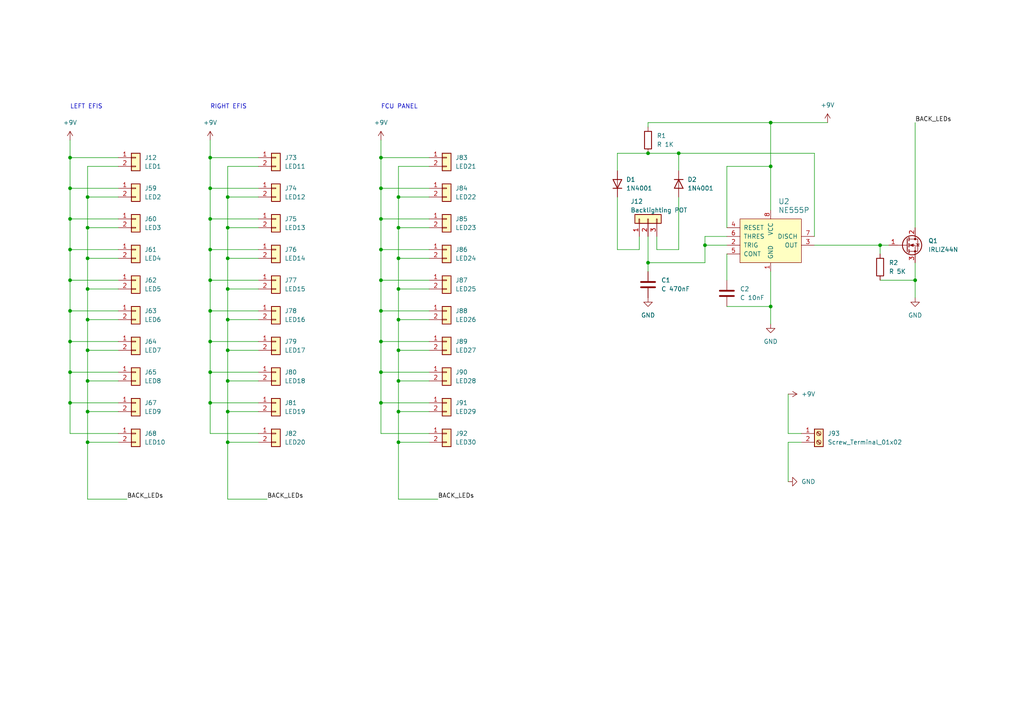
<source format=kicad_sch>
(kicad_sch (version 20230121) (generator eeschema)
  (paper "A4")
  (lib_symbols
    (symbol "Connector:Screw_Terminal_01x02" (pin_names (offset 1.016) hide)
      (property "Reference" "J" (at 0 2.54 0))
      (property "Value" "Screw_Terminal_01x02" (at 0 -5.08 0))
      (symbol "Screw_Terminal_01x02_1_1"
        (rectangle (start -1.27 1.27) (end 1.27 -3.81) (stroke (width 0.254)) (fill (type background)))
        (circle (center 0 -2.54) (radius 0.635) (stroke (width 0.1524)))
        (polyline (pts (xy -0.5334 -2.2098) (xy 0.3302 -3.048)) (stroke (width 0.1524)))
        (polyline (pts (xy -0.5334 0.3302) (xy 0.3302 -0.508)) (stroke (width 0.1524)))
        (polyline (pts (xy -0.3556 -2.032) (xy 0.508 -2.8702)) (stroke (width 0.1524)))
        (polyline (pts (xy -0.3556 0.508) (xy 0.508 -0.3302)) (stroke (width 0.1524)))
        (circle (center 0 0) (radius 0.635) (stroke (width 0.1524)))
        (pin passive line (at -5.08 0 0) (length 3.81) (name "Pin_1") (number "1"))
        (pin passive line (at -5.08 -2.54 0) (length 3.81) (name "Pin_2") (number "2"))
      )
    )
    (symbol "Connector_Generic:Conn_01x02" (pin_names (offset 1.016) hide)
      (property "Reference" "J" (at 0 2.54 0))
      (property "Value" "Conn_01x02" (at 0 -5.08 0))
      (symbol "Conn_01x02_1_1"
        (rectangle (start -1.27 -2.413) (end 0 -2.667) (stroke (width 0.1524)))
        (rectangle (start -1.27 0.127) (end 0 -0.127) (stroke (width 0.1524)))
        (rectangle (start -1.27 1.27) (end 1.27 -3.81) (stroke (width 0.254)) (fill (type background)))
        (pin passive line (at -5.08 0 0) (length 3.81) (name "Pin_1") (number "1"))
        (pin passive line (at -5.08 -2.54 0) (length 3.81) (name "Pin_2") (number "2"))
      )
    )
    (symbol "Connector_Generic:Conn_01x03" (pin_names (offset 1.016) hide)
      (property "Reference" "J" (at 0 5.08 0))
      (property "Value" "Conn_01x03" (at 0 -5.08 0))
      (symbol "Conn_01x03_1_1"
        (rectangle (start -1.27 -2.413) (end 0 -2.667) (stroke (width 0.1524)))
        (rectangle (start -1.27 0.127) (end 0 -0.127) (stroke (width 0.1524)))
        (rectangle (start -1.27 2.667) (end 0 2.413) (stroke (width 0.1524)))
        (rectangle (start -1.27 3.81) (end 1.27 -3.81) (stroke (width 0.254)) (fill (type background)))
        (pin passive line (at -5.08 2.54 0) (length 3.81) (name "Pin_1") (number "1"))
        (pin passive line (at -5.08 0 0) (length 3.81) (name "Pin_2") (number "2"))
        (pin passive line (at -5.08 -2.54 0) (length 3.81) (name "Pin_3") (number "3"))
      )
    )
    (symbol "Device:C" (pin_numbers hide) (pin_names (offset 0.254))
      (property "Reference" "C" (at 0.635 2.54 0))
      (property "Value" "C" (at 0.635 -2.54 0))
      (symbol "C_0_1"
        (polyline (pts (xy -2.032 -0.762) (xy 2.032 -0.762)) (stroke (width 0.508)))
        (polyline (pts (xy -2.032 0.762) (xy 2.032 0.762)) (stroke (width 0.508)))
      )
      (symbol "C_1_1"
        (pin passive line (at 0 3.81 270) (length 2.794) (name "~") (number "1"))
        (pin passive line (at 0 -3.81 90) (length 2.794) (name "~") (number "2"))
      )
    )
    (symbol "Device:R" (pin_numbers hide) (pin_names (offset 0))
      (property "Reference" "R" (at 2.032 0 90))
      (property "Value" "R" (at 0 0 90))
      (symbol "R_0_1"
        (rectangle (start -1.016 -2.54) (end 1.016 2.54) (stroke (width 0.254)))
      )
      (symbol "R_1_1"
        (pin passive line (at 0 3.81 270) (length 1.27) (name "~") (number "1"))
        (pin passive line (at 0 -3.81 90) (length 1.27) (name "~") (number "2"))
      )
    )
    (symbol "Diode:1N4001" (pin_numbers hide) (pin_names hide)
      (property "Reference" "D" (at 0 2.54 0))
      (property "Value" "1N4001" (at 0 -2.54 0))
      (symbol "1N4001_0_1"
        (polyline (pts (xy -1.27 1.27) (xy -1.27 -1.27)) (stroke (width 0.254)))
        (polyline (pts (xy 1.27 0) (xy -1.27 0)))
        (polyline (pts (xy 1.27 1.27) (xy 1.27 -1.27) (xy -1.27 0) (xy 1.27 1.27)) (stroke (width 0.254)))
      )
      (symbol "1N4001_1_1"
        (pin passive line (at -3.81 0 0) (length 2.54) (name "K") (number "1"))
        (pin passive line (at 3.81 0 180) (length 2.54) (name "A") (number "2"))
      )
    )
    (symbol "Transistor_FET:IRLIZ44N" (pin_names hide)
      (property "Reference" "Q" (at 6.35 1.905 0))
      (property "Value" "IRLIZ44N" (at 6.35 0 0))
      (symbol "IRLIZ44N_0_1"
        (polyline (pts (xy 0.254 0) (xy -2.54 0)))
        (polyline (pts (xy 0.254 1.905) (xy 0.254 -1.905)) (stroke (width 0.254)))
        (polyline (pts (xy 0.762 -1.27) (xy 0.762 -2.286)) (stroke (width 0.254)))
        (polyline (pts (xy 0.762 0.508) (xy 0.762 -0.508)) (stroke (width 0.254)))
        (polyline (pts (xy 0.762 2.286) (xy 0.762 1.27)) (stroke (width 0.254)))
        (polyline (pts (xy 2.54 2.54) (xy 2.54 1.778)))
        (polyline (pts (xy 2.54 -2.54) (xy 2.54 0) (xy 0.762 0)))
        (polyline (pts (xy 0.762 -1.778) (xy 3.302 -1.778) (xy 3.302 1.778) (xy 0.762 1.778)))
        (polyline (pts (xy 1.016 0) (xy 2.032 0.381) (xy 2.032 -0.381) (xy 1.016 0)) (fill (type outline)))
        (polyline (pts (xy 2.794 0.508) (xy 2.921 0.381) (xy 3.683 0.381) (xy 3.81 0.254)))
        (polyline (pts (xy 3.302 0.381) (xy 2.921 -0.254) (xy 3.683 -0.254) (xy 3.302 0.381)))
        (circle (center 1.651 0) (radius 2.794) (stroke (width 0.254)))
        (circle (center 2.54 -1.778) (radius 0.254) (fill (type outline)))
        (circle (center 2.54 1.778) (radius 0.254) (fill (type outline)))
      )
      (symbol "IRLIZ44N_1_1"
        (pin input line (at -5.08 0 0) (length 2.54) (name "G") (number "1"))
        (pin passive line (at 2.54 5.08 270) (length 2.54) (name "D") (number "2"))
        (pin passive line (at 2.54 -5.08 90) (length 2.54) (name "S") (number "3"))
      )
    )
    (symbol "dk_Clock-Timing-Programmable-Timers-and-Oscillators:NE555P" (pin_names (offset 1.016))
      (property "Reference" "U" (at -8.89 6.35 0))
      (property "Value" "NE555P" (at 1.27 -8.89 0))
      (symbol "NE555P_0_1"
        (rectangle (start -8.89 5.08) (end 8.89 -7.62) (fill (type background)))
      )
      (symbol "NE555P_1_1"
        (pin power_in line (at 0 -10.16 90) (length 2.54) (name "GND") (number "1"))
        (pin input line (at -12.7 -2.54 0) (length 3.81) (name "TRIG") (number "2"))
        (pin output line (at 12.7 -2.54 180) (length 3.81) (name "OUT") (number "3"))
        (pin input line (at -12.7 2.54 0) (length 3.81) (name "RESET") (number "4"))
        (pin bidirectional line (at -12.7 -5.08 0) (length 3.81) (name "CONT") (number "5"))
        (pin input line (at -12.7 0 0) (length 3.81) (name "THRES") (number "6"))
        (pin output line (at 12.7 0 180) (length 3.81) (name "DISCH") (number "7"))
        (pin power_in line (at 0 7.62 270) (length 2.54) (name "VCC") (number "8"))
      )
    )
    (symbol "power:+9V" (power) (pin_names (offset 0))
      (property "Value" "+9V" (at 0 3.556 0))
      (symbol "+9V_0_1"
        (polyline (pts (xy -0.762 1.27) (xy 0 2.54)))
        (polyline (pts (xy 0 0) (xy 0 2.54)))
        (polyline (pts (xy 0 2.54) (xy 0.762 1.27)))
      )
      (symbol "+9V_1_1"
        (pin power_in line (at 0 0 90) (length 0) hide (name "+9V") (number "1"))
      )
    )
    (symbol "power:GND" (power) (pin_names (offset 0))
      (property "Value" "GND" (at 0 -3.81 0))
      (symbol "GND_0_1"
        (polyline (pts (xy 0 0) (xy 0 -1.27) (xy 1.27 -1.27) (xy 0 -2.54) (xy -1.27 -1.27) (xy 0 -1.27)))
      )
      (symbol "GND_1_1"
        (pin power_in line (at 0 0 270) (length 0) hide (name "GND") (number "1"))
      )
    )
  )
  (junction (at 25.4 128.27))
  (junction (at 66.04 92.71))
  (junction (at 66.04 74.93))
  (junction (at 110.49 99.06))
  (junction (at 66.04 57.15))
  (junction (at 115.57 101.6))
  (junction (at 223.52 48.26))
  (junction (at 60.96 99.06))
  (junction (at 187.96 44.45))
  (junction (at 66.04 83.82))
  (junction (at 110.49 54.61))
  (junction (at 255.27 71.12))
  (junction (at 66.04 101.6))
  (junction (at 110.49 90.17))
  (junction (at 20.32 116.84))
  (junction (at 25.4 74.93))
  (junction (at 25.4 92.71))
  (junction (at 204.47 71.12))
  (junction (at 25.4 101.6))
  (junction (at 196.85 44.45))
  (junction (at 223.52 35.56))
  (junction (at 25.4 119.38))
  (junction (at 20.32 107.95))
  (junction (at 110.49 63.5))
  (junction (at 25.4 66.04))
  (junction (at 115.57 83.82))
  (junction (at 20.32 45.72))
  (junction (at 20.32 54.61))
  (junction (at 223.52 88.9))
  (junction (at 110.49 81.28))
  (junction (at 60.96 90.17))
  (junction (at 20.32 90.17))
  (junction (at 66.04 66.04))
  (junction (at 20.32 99.06))
  (junction (at 60.96 45.72))
  (junction (at 25.4 83.82))
  (junction (at 66.04 110.49))
  (junction (at 66.04 119.38))
  (junction (at 20.32 63.5))
  (junction (at 25.4 57.15))
  (junction (at 110.49 72.39))
  (junction (at 110.49 116.84))
  (junction (at 187.96 76.2))
  (junction (at 25.4 110.49))
  (junction (at 60.96 107.95))
  (junction (at 60.96 54.61))
  (junction (at 60.96 81.28))
  (junction (at 115.57 66.04))
  (junction (at 20.32 72.39))
  (junction (at 115.57 92.71))
  (junction (at 115.57 57.15))
  (junction (at 20.32 81.28))
  (junction (at 115.57 128.27))
  (junction (at 115.57 119.38))
  (junction (at 110.49 107.95))
  (junction (at 115.57 110.49))
  (junction (at 60.96 63.5))
  (junction (at 115.57 74.93))
  (junction (at 60.96 116.84))
  (junction (at 110.49 45.72))
  (junction (at 265.43 81.28))
  (junction (at 66.04 128.27))
  (junction (at 60.96 72.39))
  (wire (pts (xy 223.52 48.26) (xy 223.52 35.56)))
  (wire (pts (xy 179.07 57.15) (xy 179.07 72.39)))
  (wire (pts (xy 115.57 119.38) (xy 115.57 128.27)))
  (wire (pts (xy 110.49 63.5) (xy 124.46 63.5)))
  (wire (pts (xy 187.96 35.56) (xy 223.52 35.56)))
  (wire (pts (xy 190.5 72.39) (xy 190.5 68.58)))
  (wire (pts (xy 255.27 81.28) (xy 265.43 81.28)))
  (wire (pts (xy 115.57 74.93) (xy 124.46 74.93)))
  (wire (pts (xy 115.57 128.27) (xy 115.57 144.78)))
  (wire (pts (xy 115.57 110.49) (xy 124.46 110.49)))
  (wire (pts (xy 25.4 74.93) (xy 25.4 83.82)))
  (wire (pts (xy 110.49 63.5) (xy 110.49 72.39)))
  (wire (pts (xy 25.4 110.49) (xy 25.4 119.38)))
  (wire (pts (xy 60.96 54.61) (xy 60.96 45.72)))
  (wire (pts (xy 115.57 48.26) (xy 115.57 57.15)))
  (wire (pts (xy 34.29 101.6) (xy 25.4 101.6)))
  (wire (pts (xy 110.49 99.06) (xy 110.49 107.95)))
  (wire (pts (xy 110.49 54.61) (xy 124.46 54.61)))
  (wire (pts (xy 66.04 101.6) (xy 66.04 110.49)))
  (wire (pts (xy 66.04 144.78) (xy 77.47 144.78)))
  (wire (pts (xy 34.29 125.73) (xy 20.32 125.73)))
  (wire (pts (xy 255.27 71.12) (xy 257.81 71.12)))
  (wire (pts (xy 60.96 90.17) (xy 60.96 99.06)))
  (wire (pts (xy 25.4 74.93) (xy 34.29 74.93)))
  (wire (pts (xy 66.04 110.49) (xy 74.93 110.49)))
  (wire (pts (xy 223.52 78.74) (xy 223.52 88.9)))
  (wire (pts (xy 223.52 88.9) (xy 223.52 93.98)))
  (wire (pts (xy 66.04 83.82) (xy 74.93 83.82)))
  (wire (pts (xy 20.32 99.06) (xy 20.32 107.95)))
  (wire (pts (xy 210.82 88.9) (xy 223.52 88.9)))
  (wire (pts (xy 66.04 92.71) (xy 74.93 92.71)))
  (wire (pts (xy 60.96 107.95) (xy 60.96 116.84)))
  (wire (pts (xy 265.43 76.2) (xy 265.43 81.28)))
  (wire (pts (xy 115.57 83.82) (xy 124.46 83.82)))
  (wire (pts (xy 74.93 99.06) (xy 60.96 99.06)))
  (wire (pts (xy 34.29 107.95) (xy 20.32 107.95)))
  (wire (pts (xy 115.57 57.15) (xy 115.57 66.04)))
  (wire (pts (xy 223.52 60.96) (xy 223.52 48.26)))
  (wire (pts (xy 74.93 125.73) (xy 60.96 125.73)))
  (wire (pts (xy 66.04 57.15) (xy 74.93 57.15)))
  (wire (pts (xy 124.46 101.6) (xy 115.57 101.6)))
  (wire (pts (xy 66.04 66.04) (xy 74.93 66.04)))
  (wire (pts (xy 25.4 48.26) (xy 25.4 57.15)))
  (wire (pts (xy 20.32 45.72) (xy 34.29 45.72)))
  (wire (pts (xy 236.22 68.58) (xy 236.22 44.45)))
  (wire (pts (xy 110.49 81.28) (xy 124.46 81.28)))
  (wire (pts (xy 25.4 92.71) (xy 34.29 92.71)))
  (wire (pts (xy 115.57 101.6) (xy 115.57 110.49)))
  (wire (pts (xy 204.47 71.12) (xy 204.47 76.2)))
  (wire (pts (xy 25.4 128.27) (xy 34.29 128.27)))
  (wire (pts (xy 124.46 119.38) (xy 115.57 119.38)))
  (wire (pts (xy 20.32 90.17) (xy 20.32 99.06)))
  (wire (pts (xy 60.96 90.17) (xy 74.93 90.17)))
  (wire (pts (xy 34.29 116.84) (xy 20.32 116.84)))
  (wire (pts (xy 185.42 72.39) (xy 185.42 68.58)))
  (wire (pts (xy 25.4 128.27) (xy 25.4 144.78)))
  (wire (pts (xy 115.57 57.15) (xy 124.46 57.15)))
  (wire (pts (xy 74.93 101.6) (xy 66.04 101.6)))
  (wire (pts (xy 265.43 81.28) (xy 265.43 86.36)))
  (wire (pts (xy 66.04 92.71) (xy 66.04 101.6)))
  (wire (pts (xy 74.93 48.26) (xy 66.04 48.26)))
  (wire (pts (xy 115.57 110.49) (xy 115.57 119.38)))
  (wire (pts (xy 60.96 63.5) (xy 60.96 54.61)))
  (wire (pts (xy 179.07 44.45) (xy 187.96 44.45)))
  (wire (pts (xy 228.6 125.73) (xy 228.6 114.3)))
  (wire (pts (xy 25.4 110.49) (xy 34.29 110.49)))
  (wire (pts (xy 25.4 57.15) (xy 25.4 66.04)))
  (wire (pts (xy 179.07 72.39) (xy 185.42 72.39)))
  (wire (pts (xy 20.32 63.5) (xy 20.32 72.39)))
  (wire (pts (xy 196.85 44.45) (xy 187.96 44.45)))
  (wire (pts (xy 124.46 48.26) (xy 115.57 48.26)))
  (wire (pts (xy 110.49 72.39) (xy 110.49 81.28)))
  (wire (pts (xy 124.46 99.06) (xy 110.49 99.06)))
  (wire (pts (xy 179.07 49.53) (xy 179.07 44.45)))
  (wire (pts (xy 110.49 116.84) (xy 110.49 125.73)))
  (wire (pts (xy 110.49 45.72) (xy 110.49 40.64)))
  (wire (pts (xy 115.57 74.93) (xy 115.57 83.82)))
  (wire (pts (xy 66.04 66.04) (xy 66.04 74.93)))
  (wire (pts (xy 25.4 66.04) (xy 34.29 66.04)))
  (wire (pts (xy 66.04 48.26) (xy 66.04 57.15)))
  (wire (pts (xy 66.04 74.93) (xy 74.93 74.93)))
  (wire (pts (xy 25.4 83.82) (xy 34.29 83.82)))
  (wire (pts (xy 196.85 57.15) (xy 196.85 72.39)))
  (wire (pts (xy 115.57 66.04) (xy 124.46 66.04)))
  (wire (pts (xy 196.85 44.45) (xy 196.85 49.53)))
  (wire (pts (xy 110.49 107.95) (xy 110.49 116.84)))
  (wire (pts (xy 115.57 128.27) (xy 124.46 128.27)))
  (wire (pts (xy 204.47 68.58) (xy 204.47 71.12)))
  (wire (pts (xy 196.85 72.39) (xy 190.5 72.39)))
  (wire (pts (xy 25.4 144.78) (xy 36.83 144.78)))
  (wire (pts (xy 25.4 57.15) (xy 34.29 57.15)))
  (wire (pts (xy 25.4 83.82) (xy 25.4 92.71)))
  (wire (pts (xy 74.93 119.38) (xy 66.04 119.38)))
  (wire (pts (xy 60.96 81.28) (xy 74.93 81.28)))
  (wire (pts (xy 25.4 101.6) (xy 25.4 110.49)))
  (wire (pts (xy 20.32 45.72) (xy 20.32 40.64)))
  (wire (pts (xy 228.6 128.27) (xy 232.41 128.27)))
  (wire (pts (xy 115.57 144.78) (xy 127 144.78)))
  (wire (pts (xy 34.29 72.39) (xy 20.32 72.39)))
  (wire (pts (xy 124.46 72.39) (xy 110.49 72.39)))
  (wire (pts (xy 20.32 54.61) (xy 20.32 45.72)))
  (wire (pts (xy 20.32 63.5) (xy 20.32 54.61)))
  (wire (pts (xy 115.57 66.04) (xy 115.57 74.93)))
  (wire (pts (xy 66.04 128.27) (xy 74.93 128.27)))
  (wire (pts (xy 25.4 66.04) (xy 25.4 74.93)))
  (wire (pts (xy 236.22 71.12) (xy 255.27 71.12)))
  (wire (pts (xy 60.96 116.84) (xy 60.96 125.73)))
  (wire (pts (xy 204.47 76.2) (xy 187.96 76.2)))
  (wire (pts (xy 60.96 81.28) (xy 60.96 90.17)))
  (wire (pts (xy 20.32 72.39) (xy 20.32 81.28)))
  (wire (pts (xy 210.82 71.12) (xy 204.47 71.12)))
  (wire (pts (xy 124.46 116.84) (xy 110.49 116.84)))
  (wire (pts (xy 187.96 36.83) (xy 187.96 35.56)))
  (wire (pts (xy 74.93 72.39) (xy 60.96 72.39)))
  (wire (pts (xy 74.93 107.95) (xy 60.96 107.95)))
  (wire (pts (xy 110.49 81.28) (xy 110.49 90.17)))
  (wire (pts (xy 60.96 63.5) (xy 74.93 63.5)))
  (wire (pts (xy 60.96 45.72) (xy 60.96 40.64)))
  (wire (pts (xy 110.49 90.17) (xy 124.46 90.17)))
  (wire (pts (xy 255.27 71.12) (xy 255.27 73.66)))
  (wire (pts (xy 20.32 54.61) (xy 34.29 54.61)))
  (wire (pts (xy 20.32 116.84) (xy 20.32 125.73)))
  (wire (pts (xy 124.46 107.95) (xy 110.49 107.95)))
  (wire (pts (xy 223.52 35.56) (xy 240.03 35.56)))
  (wire (pts (xy 66.04 74.93) (xy 66.04 83.82)))
  (wire (pts (xy 110.49 90.17) (xy 110.49 99.06)))
  (wire (pts (xy 20.32 63.5) (xy 34.29 63.5)))
  (wire (pts (xy 60.96 99.06) (xy 60.96 107.95)))
  (wire (pts (xy 34.29 48.26) (xy 25.4 48.26)))
  (wire (pts (xy 66.04 110.49) (xy 66.04 119.38)))
  (wire (pts (xy 115.57 92.71) (xy 124.46 92.71)))
  (wire (pts (xy 210.82 68.58) (xy 204.47 68.58)))
  (wire (pts (xy 110.49 45.72) (xy 124.46 45.72)))
  (wire (pts (xy 187.96 76.2) (xy 187.96 78.74)))
  (wire (pts (xy 60.96 72.39) (xy 60.96 81.28)))
  (wire (pts (xy 228.6 139.7) (xy 228.6 128.27)))
  (wire (pts (xy 66.04 83.82) (xy 66.04 92.71)))
  (wire (pts (xy 60.96 54.61) (xy 74.93 54.61)))
  (wire (pts (xy 74.93 116.84) (xy 60.96 116.84)))
  (wire (pts (xy 34.29 119.38) (xy 25.4 119.38)))
  (wire (pts (xy 232.41 125.73) (xy 228.6 125.73)))
  (wire (pts (xy 25.4 119.38) (xy 25.4 128.27)))
  (wire (pts (xy 20.32 107.95) (xy 20.32 116.84)))
  (wire (pts (xy 187.96 68.58) (xy 187.96 76.2)))
  (wire (pts (xy 236.22 44.45) (xy 196.85 44.45)))
  (wire (pts (xy 124.46 125.73) (xy 110.49 125.73)))
  (wire (pts (xy 210.82 73.66) (xy 210.82 81.28)))
  (wire (pts (xy 60.96 63.5) (xy 60.96 72.39)))
  (wire (pts (xy 66.04 119.38) (xy 66.04 128.27)))
  (wire (pts (xy 20.32 81.28) (xy 20.32 90.17)))
  (wire (pts (xy 20.32 90.17) (xy 34.29 90.17)))
  (wire (pts (xy 25.4 92.71) (xy 25.4 101.6)))
  (wire (pts (xy 115.57 92.71) (xy 115.57 101.6)))
  (wire (pts (xy 20.32 81.28) (xy 34.29 81.28)))
  (wire (pts (xy 66.04 57.15) (xy 66.04 66.04)))
  (wire (pts (xy 66.04 128.27) (xy 66.04 144.78)))
  (wire (pts (xy 210.82 48.26) (xy 223.52 48.26)))
  (wire (pts (xy 265.43 66.04) (xy 265.43 35.56)))
  (wire (pts (xy 110.49 63.5) (xy 110.49 54.61)))
  (wire (pts (xy 115.57 83.82) (xy 115.57 92.71)))
  (wire (pts (xy 34.29 99.06) (xy 20.32 99.06)))
  (wire (pts (xy 210.82 66.04) (xy 210.82 48.26)))
  (wire (pts (xy 110.49 54.61) (xy 110.49 45.72)))
  (wire (pts (xy 60.96 45.72) (xy 74.93 45.72)))
  (text "FCU PANEL" (at 110.49 31.75 0) (effects (font (size 1.27 1.27)) (justify left bottom)))
  (text "LEFT EFIS" (at 20.32 31.75 0) (effects (font (size 1.27 1.27)) (justify left bottom)))
  (text "RIGHT EFIS" (at 60.96 31.75 0) (effects (font (size 1.27 1.27)) (justify left bottom)))
  (label "BACK_LEDs" (at 77.47 144.78 0))
  (label "BACK_LEDs" (at 265.43 35.56 0))
  (label "BACK_LEDs" (at 36.83 144.78 0))
  (label "BACK_LEDs" (at 127 144.78 0))
  (symbol (lib_id "power:+9V") (at 20.32 40.64 0) (unit 1)
    (property "Reference" "#PWR05" (effects hide))
    (property "Value" "+9V" (at 20.32 35.56 0))
  )
  (symbol (lib_id "Connector_Generic:Conn_01x02") (at 80.01 99.06 0) (unit 1)
    (property "Reference" "J79" (at 82.55 99.06 0) (effects (justify left)))
    (property "Value" "LED17" (at 82.55 101.6 0) (effects (justify left)))
    (property "Footprint" "Connector_JST:JST_EH_B2B-EH-A_1x02_P2.50mm_Vertical" (effects hide))
  )
  (symbol (lib_id "Connector_Generic:Conn_01x02") (at 129.54 72.39 0) (unit 1)
    (property "Reference" "J86" (at 132.08 72.39 0) (effects (justify left)))
    (property "Value" "LED24" (at 132.08 74.93 0) (effects (justify left)))
    (property "Footprint" "Connector_JST:JST_EH_B2B-EH-A_1x02_P2.50mm_Vertical" (effects hide))
  )
  (symbol (lib_id "power:+9V") (at 228.6 114.3 270) (unit 1)
    (property "Reference" "#PWR027" (effects hide))
    (property "Value" "+9V" (at 232.41 114.3 90) (effects (justify left)))
  )
  (symbol (lib_id "Connector_Generic:Conn_01x02") (at 129.54 90.17 0) (unit 1)
    (property "Reference" "J88" (at 132.08 90.17 0) (effects (justify left)))
    (property "Value" "LED26" (at 132.08 92.71 0) (effects (justify left)))
    (property "Footprint" "Connector_JST:JST_EH_B2B-EH-A_1x02_P2.50mm_Vertical" (effects hide))
  )
  (symbol (lib_id "Connector_Generic:Conn_01x02") (at 80.01 45.72 0) (unit 1)
    (property "Reference" "J73" (at 82.55 45.72 0) (effects (justify left)))
    (property "Value" "LED11" (at 82.55 48.26 0) (effects (justify left)))
    (property "Footprint" "Connector_JST:JST_EH_B2B-EH-A_1x02_P2.50mm_Vertical" (effects hide))
  )
  (symbol (lib_id "power:GND") (at 228.6 139.7 90) (unit 1)
    (property "Reference" "#PWR028" (effects hide))
    (property "Value" "GND" (at 232.41 139.7 90) (effects (justify right)))
  )
  (symbol (lib_id "Connector_Generic:Conn_01x02") (at 80.01 125.73 0) (unit 1)
    (property "Reference" "J82" (at 82.55 125.73 0) (effects (justify left)))
    (property "Value" "LED20" (at 82.55 128.27 0) (effects (justify left)))
    (property "Footprint" "Connector_JST:JST_EH_B2B-EH-A_1x02_P2.50mm_Vertical" (effects hide))
  )
  (symbol (lib_id "Connector_Generic:Conn_01x03") (at 187.96 63.5 90) (unit 1)
    (property "Reference" "J12" (at 182.88 58.42 90) (effects (justify right)))
    (property "Value" "Backlighting POT" (at 182.88 60.96 90) (effects (justify right)))
    (property "Footprint" "Connector_JST:JST_EH_B3B-EH-A_1x03_P2.50mm_Vertical" (effects hide))
    (instances (project "FCU_Mainboard_v2" (path "" (reference "J12") (unit 1)) (path "" (reference "J66") (unit 1))))
  )
  (symbol (lib_id "Device:C") (at 187.96 82.55 0) (unit 1)
    (property "Reference" "C1" (at 191.77 81.28 0) (effects (justify left)))
    (property "Value" "C 470nF" (at 191.77 83.82 0) (effects (justify left)))
    (property "Footprint" "Capacitor_THT:C_Disc_D3.0mm_W2.0mm_P2.50mm" (effects hide))
  )
  (symbol (lib_id "Connector_Generic:Conn_01x02") (at 80.01 63.5 0) (unit 1)
    (property "Reference" "J75" (at 82.55 63.5 0) (effects (justify left)))
    (property "Value" "LED13" (at 82.55 66.04 0) (effects (justify left)))
    (property "Footprint" "Connector_JST:JST_EH_B2B-EH-A_1x02_P2.50mm_Vertical" (effects hide))
  )
  (symbol (lib_id "Connector_Generic:Conn_01x02") (at 80.01 90.17 0) (unit 1)
    (property "Reference" "J78" (at 82.55 90.17 0) (effects (justify left)))
    (property "Value" "LED16" (at 82.55 92.71 0) (effects (justify left)))
    (property "Footprint" "Connector_JST:JST_EH_B2B-EH-A_1x02_P2.50mm_Vertical" (effects hide))
  )
  (symbol (lib_id "power:+9V") (at 60.96 40.64 0) (unit 1)
    (property "Reference" "#PWR09" (effects hide))
    (property "Value" "+9V" (at 60.96 35.56 0))
  )
  (symbol (lib_id "Connector_Generic:Conn_01x02") (at 39.37 54.61 0) (unit 1)
    (property "Reference" "J59" (at 41.91 54.61 0) (effects (justify left)))
    (property "Value" "LED2" (at 41.91 57.15 0) (effects (justify left)))
    (property "Footprint" "Connector_JST:JST_EH_B2B-EH-A_1x02_P2.50mm_Vertical" (effects hide))
  )
  (symbol (lib_id "Connector:Screw_Terminal_01x02") (at 237.49 125.73 0) (unit 1)
    (property "Reference" "J93" (at 240.03 125.73 0) (effects (justify left)))
    (property "Value" "Screw_Terminal_01x02" (at 240.03 128.27 0) (effects (justify left)))
  )
  (symbol (lib_id "power:+9V") (at 110.49 40.64 0) (unit 1)
    (property "Reference" "#PWR026" (effects hide))
    (property "Value" "+9V" (at 110.49 35.56 0))
  )
  (symbol (lib_id "Connector_Generic:Conn_01x02") (at 80.01 107.95 0) (unit 1)
    (property "Reference" "J80" (at 82.55 107.95 0) (effects (justify left)))
    (property "Value" "LED18" (at 82.55 110.49 0) (effects (justify left)))
    (property "Footprint" "Connector_JST:JST_EH_B2B-EH-A_1x02_P2.50mm_Vertical" (effects hide))
  )
  (symbol (lib_id "Device:R") (at 187.96 40.64 0) (unit 1)
    (property "Reference" "R1" (at 190.5 39.37 0) (effects (justify left)))
    (property "Value" "R 1K" (at 190.5 41.91 0) (effects (justify left)))
    (property "Footprint" "Resistor_THT:R_Axial_DIN0207_L6.3mm_D2.5mm_P7.62mm_Horizontal" (effects hide))
  )
  (symbol (lib_id "Connector_Generic:Conn_01x02") (at 80.01 116.84 0) (unit 1)
    (property "Reference" "J81" (at 82.55 116.84 0) (effects (justify left)))
    (property "Value" "LED19" (at 82.55 119.38 0) (effects (justify left)))
    (property "Footprint" "Connector_JST:JST_EH_B2B-EH-A_1x02_P2.50mm_Vertical" (effects hide))
  )
  (symbol (lib_id "Connector_Generic:Conn_01x02") (at 80.01 81.28 0) (unit 1)
    (property "Reference" "J77" (at 82.55 81.28 0) (effects (justify left)))
    (property "Value" "LED15" (at 82.55 83.82 0) (effects (justify left)))
    (property "Footprint" "Connector_JST:JST_EH_B2B-EH-A_1x02_P2.50mm_Vertical" (effects hide))
  )
  (symbol (lib_id "Connector_Generic:Conn_01x02") (at 39.37 107.95 0) (unit 1)
    (property "Reference" "J65" (at 41.91 107.95 0) (effects (justify left)))
    (property "Value" "LED8" (at 41.91 110.49 0) (effects (justify left)))
    (property "Footprint" "Connector_JST:JST_EH_B2B-EH-A_1x02_P2.50mm_Vertical" (effects hide))
  )
  (symbol (lib_id "Connector_Generic:Conn_01x02") (at 39.37 72.39 0) (unit 1)
    (property "Reference" "J61" (at 41.91 72.39 0) (effects (justify left)))
    (property "Value" "LED4" (at 41.91 74.93 0) (effects (justify left)))
    (property "Footprint" "Connector_JST:JST_EH_B2B-EH-A_1x02_P2.50mm_Vertical" (effects hide))
  )
  (symbol (lib_id "Connector_Generic:Conn_01x02") (at 129.54 45.72 0) (unit 1)
    (property "Reference" "J83" (at 132.08 45.72 0) (effects (justify left)))
    (property "Value" "LED21" (at 132.08 48.26 0) (effects (justify left)))
    (property "Footprint" "Connector_JST:JST_EH_B2B-EH-A_1x02_P2.50mm_Vertical" (effects hide))
  )
  (symbol (lib_id "Connector_Generic:Conn_01x02") (at 129.54 116.84 0) (unit 1)
    (property "Reference" "J91" (at 132.08 116.84 0) (effects (justify left)))
    (property "Value" "LED29" (at 132.08 119.38 0) (effects (justify left)))
    (property "Footprint" "Connector_JST:JST_EH_B2B-EH-A_1x02_P2.50mm_Vertical" (effects hide))
  )
  (symbol (lib_id "Diode:1N4001") (at 179.07 53.34 90) (unit 1)
    (property "Reference" "D1" (at 181.61 52.07 90) (effects (justify right)))
    (property "Value" "1N4001" (at 181.61 54.61 90) (effects (justify right)))
    (property "Footprint" "Diode_THT:D_DO-41_SOD81_P10.16mm_Horizontal" (effects hide))
    (property "Datasheet" "http://www.vishay.com/docs/88503/1n4001.pdf" (effects hide))
    (property "Sim.Device" "D" (effects hide))
    (property "Sim.Pins" "1=K 2=A" (effects hide))
  )
  (symbol (lib_id "Connector_Generic:Conn_01x02") (at 39.37 116.84 0) (unit 1)
    (property "Reference" "J67" (at 41.91 116.84 0) (effects (justify left)))
    (property "Value" "LED9" (at 41.91 119.38 0) (effects (justify left)))
    (property "Footprint" "Connector_JST:JST_EH_B2B-EH-A_1x02_P2.50mm_Vertical" (effects hide))
  )
  (symbol (lib_id "Transistor_FET:IRLIZ44N") (at 262.89 71.12 0) (unit 1)
    (property "Reference" "Q1" (at 269.24 69.85 0) (effects (justify left)))
    (property "Value" "IRLIZ44N" (at 269.24 72.39 0) (effects (justify left)))
    (property "Footprint" "Package_TO_SOT_THT:TO-220F-3_Vertical" (effects hide))
    (property "Datasheet" "http://www.irf.com/product-info/datasheets/data/irliz44n.pdf" (effects hide))
  )
  (symbol (lib_id "Connector_Generic:Conn_01x02") (at 129.54 54.61 0) (unit 1)
    (property "Reference" "J84" (at 132.08 54.61 0) (effects (justify left)))
    (property "Value" "LED22" (at 132.08 57.15 0) (effects (justify left)))
    (property "Footprint" "Connector_JST:JST_EH_B2B-EH-A_1x02_P2.50mm_Vertical" (effects hide))
  )
  (symbol (lib_id "Connector_Generic:Conn_01x02") (at 39.37 63.5 0) (unit 1)
    (property "Reference" "J60" (at 41.91 63.5 0) (effects (justify left)))
    (property "Value" "LED3" (at 41.91 66.04 0) (effects (justify left)))
    (property "Footprint" "Connector_JST:JST_EH_B2B-EH-A_1x02_P2.50mm_Vertical" (effects hide))
  )
  (symbol (lib_id "Connector_Generic:Conn_01x02") (at 39.37 99.06 0) (unit 1)
    (property "Reference" "J64" (at 41.91 99.06 0) (effects (justify left)))
    (property "Value" "LED7" (at 41.91 101.6 0) (effects (justify left)))
    (property "Footprint" "Connector_JST:JST_EH_B2B-EH-A_1x02_P2.50mm_Vertical" (effects hide))
  )
  (symbol (lib_id "power:GND") (at 265.43 86.36 0) (unit 1)
    (property "Reference" "#PWR012" (effects hide))
    (property "Value" "GND" (at 265.43 91.44 0))
  )
  (symbol (lib_id "Connector_Generic:Conn_01x02") (at 39.37 125.73 0) (unit 1)
    (property "Reference" "J68" (at 41.91 125.73 0) (effects (justify left)))
    (property "Value" "LED10" (at 41.91 128.27 0) (effects (justify left)))
    (property "Footprint" "Connector_JST:JST_EH_B2B-EH-A_1x02_P2.50mm_Vertical" (effects hide))
  )
  (symbol (lib_id "power:GND") (at 187.96 86.36 0) (unit 1)
    (property "Reference" "#PWR025" (effects hide))
    (property "Value" "GND" (at 187.96 91.44 0))
  )
  (symbol (lib_id "Connector_Generic:Conn_01x02") (at 129.54 107.95 0) (unit 1)
    (property "Reference" "J90" (at 132.08 107.95 0) (effects (justify left)))
    (property "Value" "LED28" (at 132.08 110.49 0) (effects (justify left)))
    (property "Footprint" "Connector_JST:JST_EH_B2B-EH-A_1x02_P2.50mm_Vertical" (effects hide))
  )
  (symbol (lib_id "power:+9V") (at 240.03 35.56 0) (unit 1)
    (property "Reference" "#PWR020" (effects hide))
    (property "Value" "+9V" (at 240.03 30.48 0))
  )
  (symbol (lib_id "Connector_Generic:Conn_01x02") (at 129.54 99.06 0) (unit 1)
    (property "Reference" "J89" (at 132.08 99.06 0) (effects (justify left)))
    (property "Value" "LED27" (at 132.08 101.6 0) (effects (justify left)))
    (property "Footprint" "Connector_JST:JST_EH_B2B-EH-A_1x02_P2.50mm_Vertical" (effects hide))
  )
  (symbol (lib_id "Connector_Generic:Conn_01x02") (at 129.54 81.28 0) (unit 1)
    (property "Reference" "J87" (at 132.08 81.28 0) (effects (justify left)))
    (property "Value" "LED25" (at 132.08 83.82 0) (effects (justify left)))
    (property "Footprint" "Connector_JST:JST_EH_B2B-EH-A_1x02_P2.50mm_Vertical" (effects hide))
  )
  (symbol (lib_id "Diode:1N4001") (at 196.85 53.34 270) (unit 1)
    (property "Reference" "D2" (at 199.39 52.07 90) (effects (justify left)))
    (property "Value" "1N4001" (at 199.39 54.61 90) (effects (justify left)))
    (property "Footprint" "Diode_THT:D_DO-41_SOD81_P10.16mm_Horizontal" (effects hide))
    (property "Datasheet" "http://www.vishay.com/docs/88503/1n4001.pdf" (effects hide))
    (property "Sim.Device" "D" (effects hide))
    (property "Sim.Pins" "1=K 2=A" (effects hide))
  )
  (symbol (lib_id "Connector_Generic:Conn_01x02") (at 39.37 45.72 0) (unit 1)
    (property "Reference" "J12" (at 41.91 45.72 0) (effects (justify left)))
    (property "Value" "LED1" (at 41.91 48.26 0) (effects (justify left)))
    (property "Footprint" "Connector_JST:JST_EH_B2B-EH-A_1x02_P2.50mm_Vertical" (effects hide))
  )
  (symbol (lib_id "Device:R") (at 255.27 77.47 0) (unit 1)
    (property "Reference" "R2" (at 257.81 76.2 0) (effects (justify left)))
    (property "Value" "R 5K" (at 257.81 78.74 0) (effects (justify left)))
    (property "Footprint" "Resistor_THT:R_Axial_DIN0207_L6.3mm_D2.5mm_P7.62mm_Horizontal" (effects hide))
  )
  (symbol (lib_id "Connector_Generic:Conn_01x02") (at 39.37 81.28 0) (unit 1)
    (property "Reference" "J62" (at 41.91 81.28 0) (effects (justify left)))
    (property "Value" "LED5" (at 41.91 83.82 0) (effects (justify left)))
    (property "Footprint" "Connector_JST:JST_EH_B2B-EH-A_1x02_P2.50mm_Vertical" (effects hide))
  )
  (symbol (lib_id "Connector_Generic:Conn_01x02") (at 129.54 63.5 0) (unit 1)
    (property "Reference" "J85" (at 132.08 63.5 0) (effects (justify left)))
    (property "Value" "LED23" (at 132.08 66.04 0) (effects (justify left)))
    (property "Footprint" "Connector_JST:JST_EH_B2B-EH-A_1x02_P2.50mm_Vertical" (effects hide))
  )
  (symbol (lib_id "Connector_Generic:Conn_01x02") (at 39.37 90.17 0) (unit 1)
    (property "Reference" "J63" (at 41.91 90.17 0) (effects (justify left)))
    (property "Value" "LED6" (at 41.91 92.71 0) (effects (justify left)))
    (property "Footprint" "Connector_JST:JST_EH_B2B-EH-A_1x02_P2.50mm_Vertical" (effects hide))
  )
  (symbol (lib_id "Connector_Generic:Conn_01x02") (at 80.01 54.61 0) (unit 1)
    (property "Reference" "J74" (at 82.55 54.61 0) (effects (justify left)))
    (property "Value" "LED12" (at 82.55 57.15 0) (effects (justify left)))
    (property "Footprint" "Connector_JST:JST_EH_B2B-EH-A_1x02_P2.50mm_Vertical" (effects hide))
  )
  (symbol (lib_id "Connector_Generic:Conn_01x02") (at 129.54 125.73 0) (unit 1)
    (property "Reference" "J92" (at 132.08 125.73 0) (effects (justify left)))
    (property "Value" "LED30" (at 132.08 128.27 0) (effects (justify left)))
    (property "Footprint" "Connector_JST:JST_EH_B2B-EH-A_1x02_P2.50mm_Vertical" (effects hide))
  )
  (symbol (lib_id "Connector_Generic:Conn_01x02") (at 80.01 72.39 0) (unit 1)
    (property "Reference" "J76" (at 82.55 72.39 0) (effects (justify left)))
    (property "Value" "LED14" (at 82.55 74.93 0) (effects (justify left)))
    (property "Footprint" "Connector_JST:JST_EH_B2B-EH-A_1x02_P2.50mm_Vertical" (effects hide))
  )
  (symbol (lib_id "Device:C") (at 210.82 85.09 0) (unit 1)
    (property "Reference" "C2" (at 214.63 83.82 0) (effects (justify left)))
    (property "Value" "C 10nF" (at 214.63 86.36 0) (effects (justify left)))
    (property "Footprint" "Capacitor_THT:C_Disc_D3.0mm_W2.0mm_P2.50mm" (effects hide))
  )
  (symbol (lib_id "power:GND") (at 223.52 93.98 0) (unit 1)
    (property "Reference" "#PWR024" (effects hide))
    (property "Value" "GND" (at 223.52 99.06 0))
  )
  (symbol (lib_id "dk_Clock-Timing-Programmable-Timers-and-Oscillators:NE555P") (at 223.52 68.58 0) (unit 1)
    (property "Reference" "U2" (at 225.7141 58.42 0) (effects (font (size 1.524 1.524)) (justify left)))
    (property "Value" "NE555P" (at 225.7141 60.96 0) (effects (font (size 1.524 1.524)) (justify left)))
    (property "Footprint" "digikey-footprints:DIP-8_W7.62mm" (effects hide))
    (property "Datasheet" "http://www.ti.com/general/docs/suppproductinfo.tsp?distId=10&gotoUrl=http%3A%2F%2Fwww.ti.com%2Flit%2Fgpn%2Fne555" (effects hide))
    (property "Digi-Key_PN" "296-1411-5-ND" (effects hide))
    (property "MPN" "NE555P" (effects hide))
    (property "Category" "Integrated Circuits (ICs)" (effects hide))
    (property "Family" "Clock/Timing - Programmable Timers and Oscillators" (effects hide))
    (property "DK_Datasheet_Link" "http://www.ti.com/general/docs/suppproductinfo.tsp?distId=10&gotoUrl=http%3A%2F%2Fwww.ti.com%2Flit%2Fgpn%2Fne555" (effects hide))
    (property "DK_Detail_Page" "/product-detail/en/texas-instruments/NE555P/296-1411-5-ND/277057" (effects hide))
    (property "Description" "IC OSC SINGLE TIMER 100KHZ 8-DIP" (effects hide))
    (property "Manufacturer" "Texas Instruments" (effects hide))
    (property "Status" "Active" (effects hide))
  )
)
</source>
